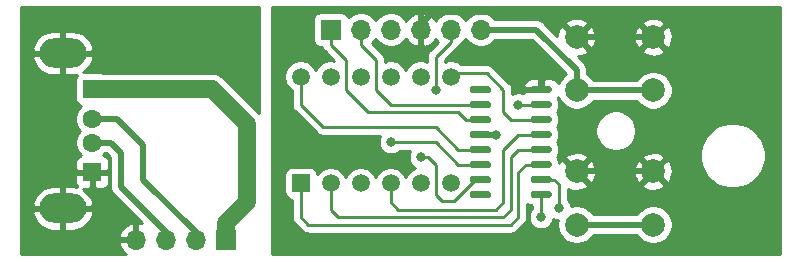
<source format=gbl>
%TF.GenerationSoftware,KiCad,Pcbnew,(5.1.12)-1*%
%TF.CreationDate,2023-03-04T08:28:37+01:00*%
%TF.ProjectId,Front_USB,46726f6e-745f-4555-9342-2e6b69636164,rev?*%
%TF.SameCoordinates,PX548a170PY45a45e8*%
%TF.FileFunction,Copper,L2,Bot*%
%TF.FilePolarity,Positive*%
%FSLAX46Y46*%
G04 Gerber Fmt 4.6, Leading zero omitted, Abs format (unit mm)*
G04 Created by KiCad (PCBNEW (5.1.12)-1) date 2023-03-04 08:28:37*
%MOMM*%
%LPD*%
G01*
G04 APERTURE LIST*
%TA.AperFunction,ComponentPad*%
%ADD10O,4.000000X2.500000*%
%TD*%
%TA.AperFunction,ComponentPad*%
%ADD11R,1.600000X1.600000*%
%TD*%
%TA.AperFunction,ComponentPad*%
%ADD12C,1.600000*%
%TD*%
%TA.AperFunction,ComponentPad*%
%ADD13C,1.500000*%
%TD*%
%TA.AperFunction,ComponentPad*%
%ADD14R,1.500000X1.500000*%
%TD*%
%TA.AperFunction,ComponentPad*%
%ADD15O,1.700000X1.700000*%
%TD*%
%TA.AperFunction,ComponentPad*%
%ADD16R,1.700000X1.700000*%
%TD*%
%TA.AperFunction,ComponentPad*%
%ADD17C,2.000000*%
%TD*%
%TA.AperFunction,ViaPad*%
%ADD18C,0.800000*%
%TD*%
%TA.AperFunction,ViaPad*%
%ADD19C,1.200000*%
%TD*%
%TA.AperFunction,Conductor*%
%ADD20C,0.500000*%
%TD*%
%TA.AperFunction,Conductor*%
%ADD21C,1.500000*%
%TD*%
%TA.AperFunction,Conductor*%
%ADD22C,0.250000*%
%TD*%
%TA.AperFunction,Conductor*%
%ADD23C,0.254000*%
%TD*%
%TA.AperFunction,Conductor*%
%ADD24C,0.100000*%
%TD*%
G04 APERTURE END LIST*
D10*
%TO.P,J1,5*%
%TO.N,GND1*%
X4231000Y17690000D03*
X4231000Y4550000D03*
D11*
%TO.P,J1,1*%
%TO.N,Net-(J1-Pad1)*%
X6731000Y14620000D03*
D12*
%TO.P,J1,2*%
%TO.N,Net-(J1-Pad2)*%
X6731000Y12120000D03*
%TO.P,J1,3*%
%TO.N,Net-(J1-Pad3)*%
X6731000Y10120000D03*
D11*
%TO.P,J1,4*%
%TO.N,GND1*%
X6731000Y7620000D03*
%TD*%
D13*
%TO.P,DISP1,12*%
%TO.N,/CA1*%
X24384000Y15684500D03*
%TO.P,DISP1,11*%
%TO.N,Net-(DISP1-Pad11)*%
X26924000Y15684500D03*
%TO.P,DISP1,10*%
%TO.N,Net-(DISP1-Pad10)*%
X29464000Y15684500D03*
%TO.P,DISP1,9*%
%TO.N,/CA2*%
X32004000Y15684500D03*
%TO.P,DISP1,8*%
%TO.N,/CA3*%
X34544000Y15684500D03*
%TO.P,DISP1,7*%
%TO.N,Net-(DISP1-Pad7)*%
X37084000Y15684500D03*
%TO.P,DISP1,6*%
%TO.N,N/C*%
X37084000Y6667500D03*
%TO.P,DISP1,5*%
%TO.N,Net-(DISP1-Pad5)*%
X34544000Y6667500D03*
%TO.P,DISP1,4*%
%TO.N,Net-(DISP1-Pad4)*%
X32004000Y6667500D03*
%TO.P,DISP1,3*%
%TO.N,N/C*%
X29464000Y6667500D03*
%TO.P,DISP1,2*%
%TO.N,Net-(DISP1-Pad2)*%
X26924000Y6667500D03*
D14*
%TO.P,DISP1,1*%
%TO.N,Net-(DISP1-Pad1)*%
X24384000Y6667500D03*
%TD*%
D15*
%TO.P,J3,6*%
%TO.N,Net-(J3-Pad6)*%
X39624000Y19685000D03*
%TO.P,J3,5*%
%TO.N,Net-(J3-Pad5)*%
X37084000Y19685000D03*
%TO.P,J3,4*%
%TO.N,GND*%
X34544000Y19685000D03*
%TO.P,J3,3*%
%TO.N,VCC*%
X32004000Y19685000D03*
%TO.P,J3,2*%
%TO.N,Net-(J3-Pad2)*%
X29464000Y19685000D03*
D16*
%TO.P,J3,1*%
%TO.N,Net-(J3-Pad1)*%
X26924000Y19685000D03*
%TD*%
D15*
%TO.P,J2,4*%
%TO.N,GND1*%
X10414000Y1905000D03*
%TO.P,J2,3*%
%TO.N,Net-(J1-Pad3)*%
X12954000Y1905000D03*
%TO.P,J2,2*%
%TO.N,Net-(J1-Pad2)*%
X15494000Y1905000D03*
D16*
%TO.P,J2,1*%
%TO.N,Net-(J1-Pad1)*%
X18034000Y1905000D03*
%TD*%
%TO.P,U1,16*%
%TO.N,Net-(U1-Pad16)*%
%TA.AperFunction,SMDPad,CuDef*%
G36*
G01*
X40464000Y14755000D02*
X40464000Y14455000D01*
G75*
G02*
X40314000Y14305000I-150000J0D01*
G01*
X38864000Y14305000D01*
G75*
G02*
X38714000Y14455000I0J150000D01*
G01*
X38714000Y14755000D01*
G75*
G02*
X38864000Y14905000I150000J0D01*
G01*
X40314000Y14905000D01*
G75*
G02*
X40464000Y14755000I0J-150000D01*
G01*
G37*
%TD.AperFunction*%
%TO.P,U1,15*%
%TO.N,Net-(J3-Pad2)*%
%TA.AperFunction,SMDPad,CuDef*%
G36*
G01*
X40464000Y13485000D02*
X40464000Y13185000D01*
G75*
G02*
X40314000Y13035000I-150000J0D01*
G01*
X38864000Y13035000D01*
G75*
G02*
X38714000Y13185000I0J150000D01*
G01*
X38714000Y13485000D01*
G75*
G02*
X38864000Y13635000I150000J0D01*
G01*
X40314000Y13635000D01*
G75*
G02*
X40464000Y13485000I0J-150000D01*
G01*
G37*
%TD.AperFunction*%
%TO.P,U1,14*%
%TO.N,Net-(J3-Pad1)*%
%TA.AperFunction,SMDPad,CuDef*%
G36*
G01*
X40464000Y12215000D02*
X40464000Y11915000D01*
G75*
G02*
X40314000Y11765000I-150000J0D01*
G01*
X38864000Y11765000D01*
G75*
G02*
X38714000Y11915000I0J150000D01*
G01*
X38714000Y12215000D01*
G75*
G02*
X38864000Y12365000I150000J0D01*
G01*
X40314000Y12365000D01*
G75*
G02*
X40464000Y12215000I0J-150000D01*
G01*
G37*
%TD.AperFunction*%
%TO.P,U1,13*%
%TO.N,VCC*%
%TA.AperFunction,SMDPad,CuDef*%
G36*
G01*
X40464000Y10945000D02*
X40464000Y10645000D01*
G75*
G02*
X40314000Y10495000I-150000J0D01*
G01*
X38864000Y10495000D01*
G75*
G02*
X38714000Y10645000I0J150000D01*
G01*
X38714000Y10945000D01*
G75*
G02*
X38864000Y11095000I150000J0D01*
G01*
X40314000Y11095000D01*
G75*
G02*
X40464000Y10945000I0J-150000D01*
G01*
G37*
%TD.AperFunction*%
%TO.P,U1,12*%
%TO.N,/CA1*%
%TA.AperFunction,SMDPad,CuDef*%
G36*
G01*
X40464000Y9675000D02*
X40464000Y9375000D01*
G75*
G02*
X40314000Y9225000I-150000J0D01*
G01*
X38864000Y9225000D01*
G75*
G02*
X38714000Y9375000I0J150000D01*
G01*
X38714000Y9675000D01*
G75*
G02*
X38864000Y9825000I150000J0D01*
G01*
X40314000Y9825000D01*
G75*
G02*
X40464000Y9675000I0J-150000D01*
G01*
G37*
%TD.AperFunction*%
%TO.P,U1,11*%
%TO.N,/CA2*%
%TA.AperFunction,SMDPad,CuDef*%
G36*
G01*
X40464000Y8405000D02*
X40464000Y8105000D01*
G75*
G02*
X40314000Y7955000I-150000J0D01*
G01*
X38864000Y7955000D01*
G75*
G02*
X38714000Y8105000I0J150000D01*
G01*
X38714000Y8405000D01*
G75*
G02*
X38864000Y8555000I150000J0D01*
G01*
X40314000Y8555000D01*
G75*
G02*
X40464000Y8405000I0J-150000D01*
G01*
G37*
%TD.AperFunction*%
%TO.P,U1,10*%
%TO.N,/CA3*%
%TA.AperFunction,SMDPad,CuDef*%
G36*
G01*
X40464000Y7135000D02*
X40464000Y6835000D01*
G75*
G02*
X40314000Y6685000I-150000J0D01*
G01*
X38864000Y6685000D01*
G75*
G02*
X38714000Y6835000I0J150000D01*
G01*
X38714000Y7135000D01*
G75*
G02*
X38864000Y7285000I150000J0D01*
G01*
X40314000Y7285000D01*
G75*
G02*
X40464000Y7135000I0J-150000D01*
G01*
G37*
%TD.AperFunction*%
%TO.P,U1,9*%
%TO.N,Net-(U1-Pad9)*%
%TA.AperFunction,SMDPad,CuDef*%
G36*
G01*
X40464000Y5865000D02*
X40464000Y5565000D01*
G75*
G02*
X40314000Y5415000I-150000J0D01*
G01*
X38864000Y5415000D01*
G75*
G02*
X38714000Y5565000I0J150000D01*
G01*
X38714000Y5865000D01*
G75*
G02*
X38864000Y6015000I150000J0D01*
G01*
X40314000Y6015000D01*
G75*
G02*
X40464000Y5865000I0J-150000D01*
G01*
G37*
%TD.AperFunction*%
%TO.P,U1,8*%
%TO.N,Net-(DISP1-Pad5)*%
%TA.AperFunction,SMDPad,CuDef*%
G36*
G01*
X45614000Y5865000D02*
X45614000Y5565000D01*
G75*
G02*
X45464000Y5415000I-150000J0D01*
G01*
X44014000Y5415000D01*
G75*
G02*
X43864000Y5565000I0J150000D01*
G01*
X43864000Y5865000D01*
G75*
G02*
X44014000Y6015000I150000J0D01*
G01*
X45464000Y6015000D01*
G75*
G02*
X45614000Y5865000I0J-150000D01*
G01*
G37*
%TD.AperFunction*%
%TO.P,U1,7*%
%TO.N,Net-(DISP1-Pad10)*%
%TA.AperFunction,SMDPad,CuDef*%
G36*
G01*
X45614000Y7135000D02*
X45614000Y6835000D01*
G75*
G02*
X45464000Y6685000I-150000J0D01*
G01*
X44014000Y6685000D01*
G75*
G02*
X43864000Y6835000I0J150000D01*
G01*
X43864000Y7135000D01*
G75*
G02*
X44014000Y7285000I150000J0D01*
G01*
X45464000Y7285000D01*
G75*
G02*
X45614000Y7135000I0J-150000D01*
G01*
G37*
%TD.AperFunction*%
%TO.P,U1,6*%
%TO.N,Net-(DISP1-Pad1)*%
%TA.AperFunction,SMDPad,CuDef*%
G36*
G01*
X45614000Y8405000D02*
X45614000Y8105000D01*
G75*
G02*
X45464000Y7955000I-150000J0D01*
G01*
X44014000Y7955000D01*
G75*
G02*
X43864000Y8105000I0J150000D01*
G01*
X43864000Y8405000D01*
G75*
G02*
X44014000Y8555000I150000J0D01*
G01*
X45464000Y8555000D01*
G75*
G02*
X45614000Y8405000I0J-150000D01*
G01*
G37*
%TD.AperFunction*%
%TO.P,U1,5*%
%TO.N,Net-(DISP1-Pad2)*%
%TA.AperFunction,SMDPad,CuDef*%
G36*
G01*
X45614000Y9675000D02*
X45614000Y9375000D01*
G75*
G02*
X45464000Y9225000I-150000J0D01*
G01*
X44014000Y9225000D01*
G75*
G02*
X43864000Y9375000I0J150000D01*
G01*
X43864000Y9675000D01*
G75*
G02*
X44014000Y9825000I150000J0D01*
G01*
X45464000Y9825000D01*
G75*
G02*
X45614000Y9675000I0J-150000D01*
G01*
G37*
%TD.AperFunction*%
%TO.P,U1,4*%
%TO.N,Net-(DISP1-Pad4)*%
%TA.AperFunction,SMDPad,CuDef*%
G36*
G01*
X45614000Y10945000D02*
X45614000Y10645000D01*
G75*
G02*
X45464000Y10495000I-150000J0D01*
G01*
X44014000Y10495000D01*
G75*
G02*
X43864000Y10645000I0J150000D01*
G01*
X43864000Y10945000D01*
G75*
G02*
X44014000Y11095000I150000J0D01*
G01*
X45464000Y11095000D01*
G75*
G02*
X45614000Y10945000I0J-150000D01*
G01*
G37*
%TD.AperFunction*%
%TO.P,U1,3*%
%TO.N,Net-(DISP1-Pad7)*%
%TA.AperFunction,SMDPad,CuDef*%
G36*
G01*
X45614000Y12215000D02*
X45614000Y11915000D01*
G75*
G02*
X45464000Y11765000I-150000J0D01*
G01*
X44014000Y11765000D01*
G75*
G02*
X43864000Y11915000I0J150000D01*
G01*
X43864000Y12215000D01*
G75*
G02*
X44014000Y12365000I150000J0D01*
G01*
X45464000Y12365000D01*
G75*
G02*
X45614000Y12215000I0J-150000D01*
G01*
G37*
%TD.AperFunction*%
%TO.P,U1,2*%
%TO.N,Net-(DISP1-Pad11)*%
%TA.AperFunction,SMDPad,CuDef*%
G36*
G01*
X45614000Y13485000D02*
X45614000Y13185000D01*
G75*
G02*
X45464000Y13035000I-150000J0D01*
G01*
X44014000Y13035000D01*
G75*
G02*
X43864000Y13185000I0J150000D01*
G01*
X43864000Y13485000D01*
G75*
G02*
X44014000Y13635000I150000J0D01*
G01*
X45464000Y13635000D01*
G75*
G02*
X45614000Y13485000I0J-150000D01*
G01*
G37*
%TD.AperFunction*%
%TO.P,U1,1*%
%TO.N,GND*%
%TA.AperFunction,SMDPad,CuDef*%
G36*
G01*
X45614000Y14755000D02*
X45614000Y14455000D01*
G75*
G02*
X45464000Y14305000I-150000J0D01*
G01*
X44014000Y14305000D01*
G75*
G02*
X43864000Y14455000I0J150000D01*
G01*
X43864000Y14755000D01*
G75*
G02*
X44014000Y14905000I150000J0D01*
G01*
X45464000Y14905000D01*
G75*
G02*
X45614000Y14755000I0J-150000D01*
G01*
G37*
%TD.AperFunction*%
%TD*%
D17*
%TO.P,SW2,1*%
%TO.N,Net-(J3-Pad5)*%
X47729000Y3175000D03*
%TO.P,SW2,2*%
%TO.N,GND*%
X47729000Y7675000D03*
%TO.P,SW2,1*%
%TO.N,Net-(J3-Pad5)*%
X54229000Y3175000D03*
%TO.P,SW2,2*%
%TO.N,GND*%
X54229000Y7675000D03*
%TD*%
%TO.P,SW1,1*%
%TO.N,Net-(J3-Pad6)*%
X47729000Y14541500D03*
%TO.P,SW1,2*%
%TO.N,GND*%
X47729000Y19041500D03*
%TO.P,SW1,1*%
%TO.N,Net-(J3-Pad6)*%
X54229000Y14541500D03*
%TO.P,SW1,2*%
%TO.N,GND*%
X54229000Y19041500D03*
%TD*%
D18*
%TO.N,/CA2*%
X32004000Y10160000D03*
%TO.N,/CA3*%
X34544000Y8890000D03*
D19*
%TO.N,GND*%
X44704000Y16510000D03*
D18*
%TO.N,VCC*%
X40894000Y10795000D03*
%TO.N,Net-(J3-Pad5)*%
X35814000Y14605000D03*
%TO.N,Net-(DISP1-Pad11)*%
X42799000Y13335000D03*
%TO.N,Net-(DISP1-Pad10)*%
X46228000Y4572000D03*
%TO.N,Net-(DISP1-Pad5)*%
X44704000Y3810000D03*
%TD*%
D20*
%TO.N,Net-(J1-Pad3)*%
X12954000Y1905000D02*
X12954000Y2540000D01*
X12954000Y2540000D02*
X9144000Y6350000D01*
X9144000Y6858000D02*
X9144000Y9271000D01*
X9144000Y6350000D02*
X9144000Y6858000D01*
X8295000Y10120000D02*
X6731000Y10120000D01*
X9144000Y9271000D02*
X8295000Y10120000D01*
%TO.N,Net-(J1-Pad2)*%
X15494000Y1905000D02*
X15494000Y2540000D01*
X15494000Y2540000D02*
X11049000Y6985000D01*
X11049000Y6985000D02*
X11049000Y9906000D01*
X8835000Y12120000D02*
X6731000Y12120000D01*
X11049000Y9906000D02*
X8835000Y12120000D01*
D21*
%TO.N,Net-(J1-Pad1)*%
X18034000Y1905000D02*
X18034000Y3302000D01*
X18034000Y3302000D02*
X19812000Y5080000D01*
X19812000Y5080000D02*
X19812000Y11684000D01*
X16876000Y14620000D02*
X6731000Y14620000D01*
X19812000Y11684000D02*
X16876000Y14620000D01*
D22*
%TO.N,/CA1*%
X24384000Y13335000D02*
X24384000Y16002000D01*
X39589000Y9525000D02*
X37719000Y9525000D01*
X35814000Y11430000D02*
X37719000Y9525000D01*
X26289000Y11430000D02*
X35814000Y11430000D01*
X26289000Y11430000D02*
X24384000Y13335000D01*
%TO.N,/CA2*%
X35814000Y10160000D02*
X37719000Y8255000D01*
X37719000Y8255000D02*
X39589000Y8255000D01*
X32004000Y10160000D02*
X35814000Y10160000D01*
%TO.N,/CA3*%
X39116000Y6985000D02*
X39589000Y6985000D01*
X37338000Y5207000D02*
X39116000Y6985000D01*
X36322000Y5207000D02*
X37338000Y5207000D01*
X35814000Y5715000D02*
X36322000Y5207000D01*
X35814000Y8255000D02*
X35814000Y5715000D01*
X35179000Y8890000D02*
X35814000Y8255000D01*
X34544000Y8890000D02*
X35179000Y8890000D01*
%TO.N,GND*%
X44704000Y14640000D02*
X44739000Y14605000D01*
D20*
X44704000Y16510000D02*
X44704000Y14640000D01*
X34544000Y20193000D02*
X35560000Y21209000D01*
X34544000Y19685000D02*
X34544000Y20193000D01*
X47729000Y7675000D02*
X54229000Y7675000D01*
X54229000Y19041500D02*
X47729000Y19041500D01*
X45561500Y21209000D02*
X47729000Y19041500D01*
X35560000Y21209000D02*
X45561500Y21209000D01*
%TO.N,VCC*%
X40894000Y10795000D02*
X39589000Y10795000D01*
D22*
%TO.N,Net-(J3-Pad2)*%
X39589000Y13335000D02*
X32004000Y13335000D01*
X32004000Y13335000D02*
X30734000Y14605000D01*
X30734000Y14605000D02*
X30734000Y17145000D01*
X29464000Y18415000D02*
X29464000Y19685000D01*
X30734000Y17145000D02*
X29464000Y18415000D01*
%TO.N,Net-(J3-Pad1)*%
X28194000Y14605000D02*
X28194000Y17145000D01*
X26924000Y18415000D02*
X26924000Y19685000D01*
X28194000Y17145000D02*
X26924000Y18415000D01*
X37719000Y12700000D02*
X38354000Y12065000D01*
X30099000Y12700000D02*
X37719000Y12700000D01*
X39589000Y12065000D02*
X38354000Y12065000D01*
X30099000Y12700000D02*
X28194000Y14605000D01*
D20*
%TO.N,Net-(J3-Pad6)*%
X47729000Y16279000D02*
X47729000Y15240000D01*
X44323000Y19685000D02*
X47729000Y16279000D01*
X39624000Y19685000D02*
X44323000Y19685000D01*
X47729000Y14541500D02*
X54229000Y14541500D01*
X47729000Y16279000D02*
X47729000Y14541500D01*
%TO.N,Net-(J3-Pad5)*%
X54229000Y3175000D02*
X47729000Y3175000D01*
D22*
X37084000Y18669000D02*
X37084000Y19685000D01*
X35814000Y17399000D02*
X37084000Y18669000D01*
X35814000Y14605000D02*
X35814000Y17399000D01*
%TO.N,Net-(DISP1-Pad11)*%
X44739000Y13335000D02*
X42799000Y13335000D01*
%TO.N,Net-(DISP1-Pad10)*%
X45847000Y6985000D02*
X44739000Y6985000D01*
X46228000Y6604000D02*
X45847000Y6985000D01*
X46228000Y4572000D02*
X46228000Y6604000D01*
%TO.N,Net-(DISP1-Pad7)*%
X37084000Y16002000D02*
X40132000Y16002000D01*
X41529000Y14605000D02*
X41529000Y12700000D01*
X40132000Y16002000D02*
X41529000Y14605000D01*
X42164000Y12065000D02*
X44739000Y12065000D01*
X41529000Y12700000D02*
X42164000Y12065000D01*
%TO.N,Net-(DISP1-Pad5)*%
X44704000Y5680000D02*
X44739000Y5715000D01*
X44704000Y3810000D02*
X44704000Y5680000D01*
%TO.N,Net-(DISP1-Pad4)*%
X44739000Y10795000D02*
X42799000Y10795000D01*
X42799000Y10795000D02*
X41529000Y9525000D01*
X41529000Y9525000D02*
X41529000Y5080000D01*
X41529000Y5080000D02*
X40894000Y4445000D01*
X40894000Y4445000D02*
X32639000Y4445000D01*
X32004000Y5080000D02*
X32004000Y6985000D01*
X32639000Y4445000D02*
X32004000Y5080000D01*
%TO.N,Net-(DISP1-Pad2)*%
X26924000Y6985000D02*
X26924000Y4445000D01*
X26924000Y4445000D02*
X27559000Y3810000D01*
X27559000Y3810000D02*
X41529000Y3810000D01*
X41529000Y3810000D02*
X42164000Y4445000D01*
X42164000Y4445000D02*
X42164000Y8890000D01*
X42799000Y9525000D02*
X44739000Y9525000D01*
X42164000Y8890000D02*
X42799000Y9525000D01*
%TO.N,Net-(DISP1-Pad1)*%
X44739000Y8255000D02*
X43434000Y8255000D01*
X43434000Y8255000D02*
X42799000Y7620000D01*
X42799000Y7620000D02*
X42799000Y3810000D01*
X42799000Y3810000D02*
X42164000Y3175000D01*
X42164000Y3175000D02*
X25019000Y3175000D01*
X24384000Y3810000D02*
X24384000Y6985000D01*
X25019000Y3175000D02*
X24384000Y3810000D01*
%TD*%
D23*
%TO.N,GND*%
X64999001Y660000D02*
X21971000Y660000D01*
X21971000Y7417500D01*
X22995928Y7417500D01*
X22995928Y5917500D01*
X23008188Y5793018D01*
X23044498Y5673320D01*
X23103463Y5563006D01*
X23182815Y5466315D01*
X23279506Y5386963D01*
X23389820Y5327998D01*
X23509518Y5291688D01*
X23624000Y5280413D01*
X23624000Y3847323D01*
X23620324Y3810000D01*
X23624000Y3772678D01*
X23624000Y3772668D01*
X23634997Y3661015D01*
X23660551Y3576774D01*
X23678454Y3517754D01*
X23749026Y3385724D01*
X23779584Y3348490D01*
X23843999Y3269999D01*
X23873002Y3246197D01*
X24455200Y2663998D01*
X24478999Y2634999D01*
X24507997Y2611201D01*
X24594724Y2540026D01*
X24726753Y2469454D01*
X24870014Y2425997D01*
X25019000Y2411323D01*
X25056333Y2415000D01*
X42126678Y2415000D01*
X42164000Y2411324D01*
X42201322Y2415000D01*
X42201333Y2415000D01*
X42312986Y2425997D01*
X42456247Y2469454D01*
X42588276Y2540026D01*
X42704001Y2634999D01*
X42727803Y2664002D01*
X43310003Y3246201D01*
X43339001Y3269999D01*
X43433974Y3385724D01*
X43504546Y3517753D01*
X43548003Y3661014D01*
X43559000Y3772667D01*
X43559000Y3772668D01*
X43562677Y3810000D01*
X43559000Y3847333D01*
X43559000Y4923834D01*
X43576171Y4909742D01*
X43712418Y4836916D01*
X43860255Y4792071D01*
X43944001Y4783823D01*
X43944000Y4513711D01*
X43900063Y4469774D01*
X43786795Y4300256D01*
X43708774Y4111898D01*
X43669000Y3911939D01*
X43669000Y3708061D01*
X43708774Y3508102D01*
X43786795Y3319744D01*
X43900063Y3150226D01*
X44044226Y3006063D01*
X44213744Y2892795D01*
X44402102Y2814774D01*
X44602061Y2775000D01*
X44805939Y2775000D01*
X45005898Y2814774D01*
X45194256Y2892795D01*
X45363774Y3006063D01*
X45507937Y3150226D01*
X45621205Y3319744D01*
X45699226Y3508102D01*
X45729500Y3660303D01*
X45737744Y3654795D01*
X45926102Y3576774D01*
X46126061Y3537000D01*
X46133975Y3537000D01*
X46094000Y3336033D01*
X46094000Y3013967D01*
X46156832Y2698088D01*
X46280082Y2400537D01*
X46459013Y2132748D01*
X46686748Y1905013D01*
X46954537Y1726082D01*
X47252088Y1602832D01*
X47567967Y1540000D01*
X47890033Y1540000D01*
X48205912Y1602832D01*
X48503463Y1726082D01*
X48771252Y1905013D01*
X48998987Y2132748D01*
X49104059Y2290000D01*
X52853941Y2290000D01*
X52959013Y2132748D01*
X53186748Y1905013D01*
X53454537Y1726082D01*
X53752088Y1602832D01*
X54067967Y1540000D01*
X54390033Y1540000D01*
X54705912Y1602832D01*
X55003463Y1726082D01*
X55271252Y1905013D01*
X55498987Y2132748D01*
X55677918Y2400537D01*
X55801168Y2698088D01*
X55864000Y3013967D01*
X55864000Y3336033D01*
X55801168Y3651912D01*
X55677918Y3949463D01*
X55498987Y4217252D01*
X55271252Y4444987D01*
X55003463Y4623918D01*
X54705912Y4747168D01*
X54390033Y4810000D01*
X54067967Y4810000D01*
X53752088Y4747168D01*
X53454537Y4623918D01*
X53186748Y4444987D01*
X52959013Y4217252D01*
X52853941Y4060000D01*
X49104059Y4060000D01*
X48998987Y4217252D01*
X48771252Y4444987D01*
X48503463Y4623918D01*
X48205912Y4747168D01*
X47890033Y4810000D01*
X47567967Y4810000D01*
X47252088Y4747168D01*
X47248712Y4745770D01*
X47223226Y4873898D01*
X47145205Y5062256D01*
X47031937Y5231774D01*
X46988000Y5275711D01*
X46988000Y6217274D01*
X47158571Y6134296D01*
X47470108Y6052616D01*
X47791595Y6033282D01*
X48110675Y6077039D01*
X48415088Y6182205D01*
X48589044Y6275186D01*
X48684808Y6539587D01*
X53273192Y6539587D01*
X53368956Y6275186D01*
X53658571Y6134296D01*
X53970108Y6052616D01*
X54291595Y6033282D01*
X54610675Y6077039D01*
X54915088Y6182205D01*
X55089044Y6275186D01*
X55184808Y6539587D01*
X54229000Y7495395D01*
X53273192Y6539587D01*
X48684808Y6539587D01*
X47729000Y7495395D01*
X47714858Y7481252D01*
X47535253Y7660857D01*
X47549395Y7675000D01*
X47908605Y7675000D01*
X48864413Y6719192D01*
X49128814Y6814956D01*
X49269704Y7104571D01*
X49351384Y7416108D01*
X49363189Y7612405D01*
X52587282Y7612405D01*
X52631039Y7293325D01*
X52736205Y6988912D01*
X52829186Y6814956D01*
X53093587Y6719192D01*
X54049395Y7675000D01*
X54408605Y7675000D01*
X55364413Y6719192D01*
X55628814Y6814956D01*
X55769704Y7104571D01*
X55851384Y7416108D01*
X55870718Y7737595D01*
X55826961Y8056675D01*
X55721795Y8361088D01*
X55628814Y8535044D01*
X55364413Y8630808D01*
X54408605Y7675000D01*
X54049395Y7675000D01*
X53093587Y8630808D01*
X52829186Y8535044D01*
X52688296Y8245429D01*
X52606616Y7933892D01*
X52587282Y7612405D01*
X49363189Y7612405D01*
X49370718Y7737595D01*
X49326961Y8056675D01*
X49221795Y8361088D01*
X49128814Y8535044D01*
X48864413Y8630808D01*
X47908605Y7675000D01*
X47549395Y7675000D01*
X46593587Y8630808D01*
X46329186Y8535044D01*
X46252072Y8376528D01*
X46252072Y8405000D01*
X46236929Y8558745D01*
X46192084Y8706582D01*
X46136585Y8810413D01*
X46773192Y8810413D01*
X47729000Y7854605D01*
X48684808Y8810413D01*
X53273192Y8810413D01*
X54229000Y7854605D01*
X55184808Y8810413D01*
X55089044Y9074814D01*
X54799429Y9215704D01*
X54511101Y9291299D01*
X58175000Y9291299D01*
X58175000Y8742701D01*
X58282026Y8204646D01*
X58491965Y7697808D01*
X58796750Y7241666D01*
X59184666Y6853750D01*
X59640808Y6548965D01*
X60147646Y6339026D01*
X60685701Y6232000D01*
X61234299Y6232000D01*
X61772354Y6339026D01*
X62279192Y6548965D01*
X62735334Y6853750D01*
X63123250Y7241666D01*
X63428035Y7697808D01*
X63637974Y8204646D01*
X63745000Y8742701D01*
X63745000Y9291299D01*
X63637974Y9829354D01*
X63428035Y10336192D01*
X63123250Y10792334D01*
X62735334Y11180250D01*
X62279192Y11485035D01*
X61772354Y11694974D01*
X61234299Y11802000D01*
X60685701Y11802000D01*
X60147646Y11694974D01*
X59640808Y11485035D01*
X59184666Y11180250D01*
X58796750Y10792334D01*
X58491965Y10336192D01*
X58282026Y9829354D01*
X58175000Y9291299D01*
X54511101Y9291299D01*
X54487892Y9297384D01*
X54166405Y9316718D01*
X53847325Y9272961D01*
X53542912Y9167795D01*
X53368956Y9074814D01*
X53273192Y8810413D01*
X48684808Y8810413D01*
X48589044Y9074814D01*
X48299429Y9215704D01*
X47987892Y9297384D01*
X47666405Y9316718D01*
X47347325Y9272961D01*
X47042912Y9167795D01*
X46868956Y9074814D01*
X46773192Y8810413D01*
X46136585Y8810413D01*
X46119258Y8842829D01*
X46080546Y8890000D01*
X46119258Y8937171D01*
X46192084Y9073418D01*
X46236929Y9221255D01*
X46252072Y9375000D01*
X46252072Y9675000D01*
X46236929Y9828745D01*
X46192084Y9976582D01*
X46119258Y10112829D01*
X46080546Y10160000D01*
X46119258Y10207171D01*
X46192084Y10343418D01*
X46236929Y10491255D01*
X46252072Y10645000D01*
X46252072Y10945000D01*
X46236929Y11098745D01*
X46192084Y11246582D01*
X46172414Y11283383D01*
X49319000Y11283383D01*
X49319000Y10941617D01*
X49385675Y10606419D01*
X49516463Y10290669D01*
X49706337Y10006502D01*
X49948002Y9764837D01*
X50232169Y9574963D01*
X50547919Y9444175D01*
X50883117Y9377500D01*
X51224883Y9377500D01*
X51560081Y9444175D01*
X51875831Y9574963D01*
X52159998Y9764837D01*
X52401663Y10006502D01*
X52591537Y10290669D01*
X52722325Y10606419D01*
X52789000Y10941617D01*
X52789000Y11283383D01*
X52722325Y11618581D01*
X52591537Y11934331D01*
X52401663Y12218498D01*
X52159998Y12460163D01*
X51875831Y12650037D01*
X51560081Y12780825D01*
X51224883Y12847500D01*
X50883117Y12847500D01*
X50547919Y12780825D01*
X50232169Y12650037D01*
X49948002Y12460163D01*
X49706337Y12218498D01*
X49516463Y11934331D01*
X49385675Y11618581D01*
X49319000Y11283383D01*
X46172414Y11283383D01*
X46119258Y11382829D01*
X46080546Y11430000D01*
X46119258Y11477171D01*
X46192084Y11613418D01*
X46236929Y11761255D01*
X46252072Y11915000D01*
X46252072Y12215000D01*
X46236929Y12368745D01*
X46192084Y12516582D01*
X46119258Y12652829D01*
X46080546Y12700000D01*
X46119258Y12747171D01*
X46192084Y12883418D01*
X46236929Y13031255D01*
X46252072Y13185000D01*
X46252072Y13485000D01*
X46236929Y13638745D01*
X46192084Y13786582D01*
X46120270Y13920936D01*
X46144537Y13950506D01*
X46178087Y14013273D01*
X46280082Y13767037D01*
X46459013Y13499248D01*
X46686748Y13271513D01*
X46954537Y13092582D01*
X47252088Y12969332D01*
X47567967Y12906500D01*
X47890033Y12906500D01*
X48205912Y12969332D01*
X48503463Y13092582D01*
X48771252Y13271513D01*
X48998987Y13499248D01*
X49104059Y13656500D01*
X52853941Y13656500D01*
X52959013Y13499248D01*
X53186748Y13271513D01*
X53454537Y13092582D01*
X53752088Y12969332D01*
X54067967Y12906500D01*
X54390033Y12906500D01*
X54705912Y12969332D01*
X55003463Y13092582D01*
X55271252Y13271513D01*
X55498987Y13499248D01*
X55677918Y13767037D01*
X55801168Y14064588D01*
X55864000Y14380467D01*
X55864000Y14702533D01*
X55801168Y15018412D01*
X55677918Y15315963D01*
X55498987Y15583752D01*
X55271252Y15811487D01*
X55003463Y15990418D01*
X54705912Y16113668D01*
X54390033Y16176500D01*
X54067967Y16176500D01*
X53752088Y16113668D01*
X53454537Y15990418D01*
X53186748Y15811487D01*
X52959013Y15583752D01*
X52853941Y15426500D01*
X49104059Y15426500D01*
X48998987Y15583752D01*
X48771252Y15811487D01*
X48614000Y15916559D01*
X48614000Y16235535D01*
X48618281Y16279001D01*
X48614000Y16322467D01*
X48614000Y16322477D01*
X48601195Y16452490D01*
X48550589Y16619313D01*
X48468411Y16773059D01*
X48417412Y16835201D01*
X48385532Y16874047D01*
X48385530Y16874049D01*
X48357817Y16907817D01*
X48324050Y16935529D01*
X47851572Y17408007D01*
X48110675Y17443539D01*
X48415088Y17548705D01*
X48589044Y17641686D01*
X48684808Y17906087D01*
X53273192Y17906087D01*
X53368956Y17641686D01*
X53658571Y17500796D01*
X53970108Y17419116D01*
X54291595Y17399782D01*
X54610675Y17443539D01*
X54915088Y17548705D01*
X55089044Y17641686D01*
X55184808Y17906087D01*
X54229000Y18861895D01*
X53273192Y17906087D01*
X48684808Y17906087D01*
X47729000Y18861895D01*
X47714858Y18847752D01*
X47535253Y19027357D01*
X47549395Y19041500D01*
X47908605Y19041500D01*
X48864413Y18085692D01*
X49128814Y18181456D01*
X49269704Y18471071D01*
X49351384Y18782608D01*
X49363189Y18978905D01*
X52587282Y18978905D01*
X52631039Y18659825D01*
X52736205Y18355412D01*
X52829186Y18181456D01*
X53093587Y18085692D01*
X54049395Y19041500D01*
X54408605Y19041500D01*
X55364413Y18085692D01*
X55628814Y18181456D01*
X55769704Y18471071D01*
X55851384Y18782608D01*
X55870718Y19104095D01*
X55826961Y19423175D01*
X55721795Y19727588D01*
X55628814Y19901544D01*
X55364413Y19997308D01*
X54408605Y19041500D01*
X54049395Y19041500D01*
X53093587Y19997308D01*
X52829186Y19901544D01*
X52688296Y19611929D01*
X52606616Y19300392D01*
X52587282Y18978905D01*
X49363189Y18978905D01*
X49370718Y19104095D01*
X49326961Y19423175D01*
X49221795Y19727588D01*
X49128814Y19901544D01*
X48864413Y19997308D01*
X47908605Y19041500D01*
X47549395Y19041500D01*
X46593587Y19997308D01*
X46329186Y19901544D01*
X46188296Y19611929D01*
X46106616Y19300392D01*
X46098253Y19161326D01*
X45082666Y20176913D01*
X46773192Y20176913D01*
X47729000Y19221105D01*
X48684808Y20176913D01*
X53273192Y20176913D01*
X54229000Y19221105D01*
X55184808Y20176913D01*
X55089044Y20441314D01*
X54799429Y20582204D01*
X54487892Y20663884D01*
X54166405Y20683218D01*
X53847325Y20639461D01*
X53542912Y20534295D01*
X53368956Y20441314D01*
X53273192Y20176913D01*
X48684808Y20176913D01*
X48589044Y20441314D01*
X48299429Y20582204D01*
X47987892Y20663884D01*
X47666405Y20683218D01*
X47347325Y20639461D01*
X47042912Y20534295D01*
X46868956Y20441314D01*
X46773192Y20176913D01*
X45082666Y20176913D01*
X44979534Y20280044D01*
X44951817Y20313817D01*
X44817059Y20424411D01*
X44663313Y20506589D01*
X44496490Y20557195D01*
X44366477Y20570000D01*
X44366469Y20570000D01*
X44323000Y20574281D01*
X44279531Y20570000D01*
X40818656Y20570000D01*
X40777475Y20631632D01*
X40570632Y20838475D01*
X40327411Y21000990D01*
X40057158Y21112932D01*
X39770260Y21170000D01*
X39477740Y21170000D01*
X39190842Y21112932D01*
X38920589Y21000990D01*
X38677368Y20838475D01*
X38470525Y20631632D01*
X38354000Y20457240D01*
X38237475Y20631632D01*
X38030632Y20838475D01*
X37787411Y21000990D01*
X37517158Y21112932D01*
X37230260Y21170000D01*
X36937740Y21170000D01*
X36650842Y21112932D01*
X36380589Y21000990D01*
X36137368Y20838475D01*
X35930525Y20631632D01*
X35808805Y20449466D01*
X35739178Y20566355D01*
X35544269Y20782588D01*
X35310920Y20956641D01*
X35048099Y21081825D01*
X34900890Y21126476D01*
X34671000Y21005155D01*
X34671000Y19812000D01*
X34691000Y19812000D01*
X34691000Y19558000D01*
X34671000Y19558000D01*
X34671000Y18364845D01*
X34900890Y18243524D01*
X35048099Y18288175D01*
X35310920Y18413359D01*
X35544269Y18587412D01*
X35739178Y18803645D01*
X35808805Y18920534D01*
X35930525Y18738368D01*
X36004546Y18664347D01*
X35302998Y17962799D01*
X35274000Y17939001D01*
X35250202Y17910003D01*
X35250201Y17910002D01*
X35179026Y17823276D01*
X35108454Y17691246D01*
X35097764Y17656003D01*
X35071457Y17569277D01*
X35064998Y17547985D01*
X35050324Y17399000D01*
X35054001Y17361668D01*
X35054001Y16972364D01*
X34947989Y17016275D01*
X34680411Y17069500D01*
X34407589Y17069500D01*
X34140011Y17016275D01*
X33887957Y16911871D01*
X33661114Y16760299D01*
X33468201Y16567386D01*
X33316629Y16340543D01*
X33274000Y16237627D01*
X33231371Y16340543D01*
X33079799Y16567386D01*
X32886886Y16760299D01*
X32660043Y16911871D01*
X32407989Y17016275D01*
X32140411Y17069500D01*
X31867589Y17069500D01*
X31600011Y17016275D01*
X31494000Y16972364D01*
X31494000Y17107678D01*
X31497676Y17145001D01*
X31494000Y17182324D01*
X31494000Y17182333D01*
X31483003Y17293986D01*
X31439546Y17437247D01*
X31368974Y17569276D01*
X31274001Y17685001D01*
X31245003Y17708799D01*
X30416454Y18537347D01*
X30617475Y18738368D01*
X30734000Y18912760D01*
X30850525Y18738368D01*
X31057368Y18531525D01*
X31300589Y18369010D01*
X31570842Y18257068D01*
X31857740Y18200000D01*
X32150260Y18200000D01*
X32437158Y18257068D01*
X32707411Y18369010D01*
X32950632Y18531525D01*
X33157475Y18738368D01*
X33279195Y18920534D01*
X33348822Y18803645D01*
X33543731Y18587412D01*
X33777080Y18413359D01*
X34039901Y18288175D01*
X34187110Y18243524D01*
X34417000Y18364845D01*
X34417000Y19558000D01*
X34397000Y19558000D01*
X34397000Y19812000D01*
X34417000Y19812000D01*
X34417000Y21005155D01*
X34187110Y21126476D01*
X34039901Y21081825D01*
X33777080Y20956641D01*
X33543731Y20782588D01*
X33348822Y20566355D01*
X33279195Y20449466D01*
X33157475Y20631632D01*
X32950632Y20838475D01*
X32707411Y21000990D01*
X32437158Y21112932D01*
X32150260Y21170000D01*
X31857740Y21170000D01*
X31570842Y21112932D01*
X31300589Y21000990D01*
X31057368Y20838475D01*
X30850525Y20631632D01*
X30734000Y20457240D01*
X30617475Y20631632D01*
X30410632Y20838475D01*
X30167411Y21000990D01*
X29897158Y21112932D01*
X29610260Y21170000D01*
X29317740Y21170000D01*
X29030842Y21112932D01*
X28760589Y21000990D01*
X28517368Y20838475D01*
X28385513Y20706620D01*
X28363502Y20779180D01*
X28304537Y20889494D01*
X28225185Y20986185D01*
X28128494Y21065537D01*
X28018180Y21124502D01*
X27898482Y21160812D01*
X27774000Y21173072D01*
X26074000Y21173072D01*
X25949518Y21160812D01*
X25829820Y21124502D01*
X25719506Y21065537D01*
X25622815Y20986185D01*
X25543463Y20889494D01*
X25484498Y20779180D01*
X25448188Y20659482D01*
X25435928Y20535000D01*
X25435928Y18835000D01*
X25448188Y18710518D01*
X25484498Y18590820D01*
X25543463Y18480506D01*
X25622815Y18383815D01*
X25719506Y18304463D01*
X25829820Y18245498D01*
X25949518Y18209188D01*
X26074000Y18196928D01*
X26195954Y18196928D01*
X26210795Y18148003D01*
X26218454Y18122754D01*
X26289026Y17990724D01*
X26328871Y17942174D01*
X26383999Y17874999D01*
X26413003Y17851196D01*
X27228043Y17036156D01*
X27060411Y17069500D01*
X26787589Y17069500D01*
X26520011Y17016275D01*
X26267957Y16911871D01*
X26041114Y16760299D01*
X25848201Y16567386D01*
X25696629Y16340543D01*
X25654000Y16237627D01*
X25611371Y16340543D01*
X25459799Y16567386D01*
X25266886Y16760299D01*
X25040043Y16911871D01*
X24787989Y17016275D01*
X24520411Y17069500D01*
X24247589Y17069500D01*
X23980011Y17016275D01*
X23727957Y16911871D01*
X23501114Y16760299D01*
X23308201Y16567386D01*
X23156629Y16340543D01*
X23052225Y16088489D01*
X22999000Y15820911D01*
X22999000Y15548089D01*
X23052225Y15280511D01*
X23156629Y15028457D01*
X23308201Y14801614D01*
X23501114Y14608701D01*
X23624000Y14526591D01*
X23624000Y13372323D01*
X23620324Y13335000D01*
X23624000Y13297678D01*
X23624000Y13297668D01*
X23634997Y13186015D01*
X23663339Y13092582D01*
X23678454Y13042754D01*
X23749026Y12910724D01*
X23752493Y12906500D01*
X23843999Y12794999D01*
X23873003Y12771196D01*
X25725200Y10918998D01*
X25748999Y10889999D01*
X25864724Y10795026D01*
X25996753Y10724454D01*
X26140014Y10680997D01*
X26251667Y10670000D01*
X26251677Y10670000D01*
X26289000Y10666324D01*
X26326323Y10670000D01*
X31099987Y10670000D01*
X31086795Y10650256D01*
X31008774Y10461898D01*
X30969000Y10261939D01*
X30969000Y10058061D01*
X31008774Y9858102D01*
X31086795Y9669744D01*
X31200063Y9500226D01*
X31344226Y9356063D01*
X31513744Y9242795D01*
X31702102Y9164774D01*
X31902061Y9125000D01*
X32105939Y9125000D01*
X32305898Y9164774D01*
X32494256Y9242795D01*
X32663774Y9356063D01*
X32707711Y9400000D01*
X33639987Y9400000D01*
X33626795Y9380256D01*
X33548774Y9191898D01*
X33509000Y8991939D01*
X33509000Y8788061D01*
X33548774Y8588102D01*
X33626795Y8399744D01*
X33740063Y8230226D01*
X33884226Y8086063D01*
X34053744Y7972795D01*
X34064913Y7968169D01*
X33887957Y7894871D01*
X33661114Y7743299D01*
X33468201Y7550386D01*
X33316629Y7323543D01*
X33274000Y7220627D01*
X33231371Y7323543D01*
X33079799Y7550386D01*
X32886886Y7743299D01*
X32660043Y7894871D01*
X32407989Y7999275D01*
X32140411Y8052500D01*
X31867589Y8052500D01*
X31600011Y7999275D01*
X31347957Y7894871D01*
X31121114Y7743299D01*
X30928201Y7550386D01*
X30776629Y7323543D01*
X30734000Y7220627D01*
X30691371Y7323543D01*
X30539799Y7550386D01*
X30346886Y7743299D01*
X30120043Y7894871D01*
X29867989Y7999275D01*
X29600411Y8052500D01*
X29327589Y8052500D01*
X29060011Y7999275D01*
X28807957Y7894871D01*
X28581114Y7743299D01*
X28388201Y7550386D01*
X28236629Y7323543D01*
X28194000Y7220627D01*
X28151371Y7323543D01*
X27999799Y7550386D01*
X27806886Y7743299D01*
X27580043Y7894871D01*
X27327989Y7999275D01*
X27060411Y8052500D01*
X26787589Y8052500D01*
X26520011Y7999275D01*
X26267957Y7894871D01*
X26041114Y7743299D01*
X25848201Y7550386D01*
X25770445Y7434017D01*
X25759812Y7541982D01*
X25723502Y7661680D01*
X25664537Y7771994D01*
X25585185Y7868685D01*
X25488494Y7948037D01*
X25378180Y8007002D01*
X25258482Y8043312D01*
X25134000Y8055572D01*
X23634000Y8055572D01*
X23509518Y8043312D01*
X23389820Y8007002D01*
X23279506Y7948037D01*
X23182815Y7868685D01*
X23103463Y7771994D01*
X23044498Y7661680D01*
X23008188Y7541982D01*
X22995928Y7417500D01*
X21971000Y7417500D01*
X21971000Y21565000D01*
X64999000Y21565000D01*
X64999001Y660000D01*
%TA.AperFunction,Conductor*%
D24*
G36*
X64999001Y660000D02*
G01*
X21971000Y660000D01*
X21971000Y7417500D01*
X22995928Y7417500D01*
X22995928Y5917500D01*
X23008188Y5793018D01*
X23044498Y5673320D01*
X23103463Y5563006D01*
X23182815Y5466315D01*
X23279506Y5386963D01*
X23389820Y5327998D01*
X23509518Y5291688D01*
X23624000Y5280413D01*
X23624000Y3847323D01*
X23620324Y3810000D01*
X23624000Y3772678D01*
X23624000Y3772668D01*
X23634997Y3661015D01*
X23660551Y3576774D01*
X23678454Y3517754D01*
X23749026Y3385724D01*
X23779584Y3348490D01*
X23843999Y3269999D01*
X23873002Y3246197D01*
X24455200Y2663998D01*
X24478999Y2634999D01*
X24507997Y2611201D01*
X24594724Y2540026D01*
X24726753Y2469454D01*
X24870014Y2425997D01*
X25019000Y2411323D01*
X25056333Y2415000D01*
X42126678Y2415000D01*
X42164000Y2411324D01*
X42201322Y2415000D01*
X42201333Y2415000D01*
X42312986Y2425997D01*
X42456247Y2469454D01*
X42588276Y2540026D01*
X42704001Y2634999D01*
X42727803Y2664002D01*
X43310003Y3246201D01*
X43339001Y3269999D01*
X43433974Y3385724D01*
X43504546Y3517753D01*
X43548003Y3661014D01*
X43559000Y3772667D01*
X43559000Y3772668D01*
X43562677Y3810000D01*
X43559000Y3847333D01*
X43559000Y4923834D01*
X43576171Y4909742D01*
X43712418Y4836916D01*
X43860255Y4792071D01*
X43944001Y4783823D01*
X43944000Y4513711D01*
X43900063Y4469774D01*
X43786795Y4300256D01*
X43708774Y4111898D01*
X43669000Y3911939D01*
X43669000Y3708061D01*
X43708774Y3508102D01*
X43786795Y3319744D01*
X43900063Y3150226D01*
X44044226Y3006063D01*
X44213744Y2892795D01*
X44402102Y2814774D01*
X44602061Y2775000D01*
X44805939Y2775000D01*
X45005898Y2814774D01*
X45194256Y2892795D01*
X45363774Y3006063D01*
X45507937Y3150226D01*
X45621205Y3319744D01*
X45699226Y3508102D01*
X45729500Y3660303D01*
X45737744Y3654795D01*
X45926102Y3576774D01*
X46126061Y3537000D01*
X46133975Y3537000D01*
X46094000Y3336033D01*
X46094000Y3013967D01*
X46156832Y2698088D01*
X46280082Y2400537D01*
X46459013Y2132748D01*
X46686748Y1905013D01*
X46954537Y1726082D01*
X47252088Y1602832D01*
X47567967Y1540000D01*
X47890033Y1540000D01*
X48205912Y1602832D01*
X48503463Y1726082D01*
X48771252Y1905013D01*
X48998987Y2132748D01*
X49104059Y2290000D01*
X52853941Y2290000D01*
X52959013Y2132748D01*
X53186748Y1905013D01*
X53454537Y1726082D01*
X53752088Y1602832D01*
X54067967Y1540000D01*
X54390033Y1540000D01*
X54705912Y1602832D01*
X55003463Y1726082D01*
X55271252Y1905013D01*
X55498987Y2132748D01*
X55677918Y2400537D01*
X55801168Y2698088D01*
X55864000Y3013967D01*
X55864000Y3336033D01*
X55801168Y3651912D01*
X55677918Y3949463D01*
X55498987Y4217252D01*
X55271252Y4444987D01*
X55003463Y4623918D01*
X54705912Y4747168D01*
X54390033Y4810000D01*
X54067967Y4810000D01*
X53752088Y4747168D01*
X53454537Y4623918D01*
X53186748Y4444987D01*
X52959013Y4217252D01*
X52853941Y4060000D01*
X49104059Y4060000D01*
X48998987Y4217252D01*
X48771252Y4444987D01*
X48503463Y4623918D01*
X48205912Y4747168D01*
X47890033Y4810000D01*
X47567967Y4810000D01*
X47252088Y4747168D01*
X47248712Y4745770D01*
X47223226Y4873898D01*
X47145205Y5062256D01*
X47031937Y5231774D01*
X46988000Y5275711D01*
X46988000Y6217274D01*
X47158571Y6134296D01*
X47470108Y6052616D01*
X47791595Y6033282D01*
X48110675Y6077039D01*
X48415088Y6182205D01*
X48589044Y6275186D01*
X48684808Y6539587D01*
X53273192Y6539587D01*
X53368956Y6275186D01*
X53658571Y6134296D01*
X53970108Y6052616D01*
X54291595Y6033282D01*
X54610675Y6077039D01*
X54915088Y6182205D01*
X55089044Y6275186D01*
X55184808Y6539587D01*
X54229000Y7495395D01*
X53273192Y6539587D01*
X48684808Y6539587D01*
X47729000Y7495395D01*
X47714858Y7481252D01*
X47535253Y7660857D01*
X47549395Y7675000D01*
X47908605Y7675000D01*
X48864413Y6719192D01*
X49128814Y6814956D01*
X49269704Y7104571D01*
X49351384Y7416108D01*
X49363189Y7612405D01*
X52587282Y7612405D01*
X52631039Y7293325D01*
X52736205Y6988912D01*
X52829186Y6814956D01*
X53093587Y6719192D01*
X54049395Y7675000D01*
X54408605Y7675000D01*
X55364413Y6719192D01*
X55628814Y6814956D01*
X55769704Y7104571D01*
X55851384Y7416108D01*
X55870718Y7737595D01*
X55826961Y8056675D01*
X55721795Y8361088D01*
X55628814Y8535044D01*
X55364413Y8630808D01*
X54408605Y7675000D01*
X54049395Y7675000D01*
X53093587Y8630808D01*
X52829186Y8535044D01*
X52688296Y8245429D01*
X52606616Y7933892D01*
X52587282Y7612405D01*
X49363189Y7612405D01*
X49370718Y7737595D01*
X49326961Y8056675D01*
X49221795Y8361088D01*
X49128814Y8535044D01*
X48864413Y8630808D01*
X47908605Y7675000D01*
X47549395Y7675000D01*
X46593587Y8630808D01*
X46329186Y8535044D01*
X46252072Y8376528D01*
X46252072Y8405000D01*
X46236929Y8558745D01*
X46192084Y8706582D01*
X46136585Y8810413D01*
X46773192Y8810413D01*
X47729000Y7854605D01*
X48684808Y8810413D01*
X53273192Y8810413D01*
X54229000Y7854605D01*
X55184808Y8810413D01*
X55089044Y9074814D01*
X54799429Y9215704D01*
X54511101Y9291299D01*
X58175000Y9291299D01*
X58175000Y8742701D01*
X58282026Y8204646D01*
X58491965Y7697808D01*
X58796750Y7241666D01*
X59184666Y6853750D01*
X59640808Y6548965D01*
X60147646Y6339026D01*
X60685701Y6232000D01*
X61234299Y6232000D01*
X61772354Y6339026D01*
X62279192Y6548965D01*
X62735334Y6853750D01*
X63123250Y7241666D01*
X63428035Y7697808D01*
X63637974Y8204646D01*
X63745000Y8742701D01*
X63745000Y9291299D01*
X63637974Y9829354D01*
X63428035Y10336192D01*
X63123250Y10792334D01*
X62735334Y11180250D01*
X62279192Y11485035D01*
X61772354Y11694974D01*
X61234299Y11802000D01*
X60685701Y11802000D01*
X60147646Y11694974D01*
X59640808Y11485035D01*
X59184666Y11180250D01*
X58796750Y10792334D01*
X58491965Y10336192D01*
X58282026Y9829354D01*
X58175000Y9291299D01*
X54511101Y9291299D01*
X54487892Y9297384D01*
X54166405Y9316718D01*
X53847325Y9272961D01*
X53542912Y9167795D01*
X53368956Y9074814D01*
X53273192Y8810413D01*
X48684808Y8810413D01*
X48589044Y9074814D01*
X48299429Y9215704D01*
X47987892Y9297384D01*
X47666405Y9316718D01*
X47347325Y9272961D01*
X47042912Y9167795D01*
X46868956Y9074814D01*
X46773192Y8810413D01*
X46136585Y8810413D01*
X46119258Y8842829D01*
X46080546Y8890000D01*
X46119258Y8937171D01*
X46192084Y9073418D01*
X46236929Y9221255D01*
X46252072Y9375000D01*
X46252072Y9675000D01*
X46236929Y9828745D01*
X46192084Y9976582D01*
X46119258Y10112829D01*
X46080546Y10160000D01*
X46119258Y10207171D01*
X46192084Y10343418D01*
X46236929Y10491255D01*
X46252072Y10645000D01*
X46252072Y10945000D01*
X46236929Y11098745D01*
X46192084Y11246582D01*
X46172414Y11283383D01*
X49319000Y11283383D01*
X49319000Y10941617D01*
X49385675Y10606419D01*
X49516463Y10290669D01*
X49706337Y10006502D01*
X49948002Y9764837D01*
X50232169Y9574963D01*
X50547919Y9444175D01*
X50883117Y9377500D01*
X51224883Y9377500D01*
X51560081Y9444175D01*
X51875831Y9574963D01*
X52159998Y9764837D01*
X52401663Y10006502D01*
X52591537Y10290669D01*
X52722325Y10606419D01*
X52789000Y10941617D01*
X52789000Y11283383D01*
X52722325Y11618581D01*
X52591537Y11934331D01*
X52401663Y12218498D01*
X52159998Y12460163D01*
X51875831Y12650037D01*
X51560081Y12780825D01*
X51224883Y12847500D01*
X50883117Y12847500D01*
X50547919Y12780825D01*
X50232169Y12650037D01*
X49948002Y12460163D01*
X49706337Y12218498D01*
X49516463Y11934331D01*
X49385675Y11618581D01*
X49319000Y11283383D01*
X46172414Y11283383D01*
X46119258Y11382829D01*
X46080546Y11430000D01*
X46119258Y11477171D01*
X46192084Y11613418D01*
X46236929Y11761255D01*
X46252072Y11915000D01*
X46252072Y12215000D01*
X46236929Y12368745D01*
X46192084Y12516582D01*
X46119258Y12652829D01*
X46080546Y12700000D01*
X46119258Y12747171D01*
X46192084Y12883418D01*
X46236929Y13031255D01*
X46252072Y13185000D01*
X46252072Y13485000D01*
X46236929Y13638745D01*
X46192084Y13786582D01*
X46120270Y13920936D01*
X46144537Y13950506D01*
X46178087Y14013273D01*
X46280082Y13767037D01*
X46459013Y13499248D01*
X46686748Y13271513D01*
X46954537Y13092582D01*
X47252088Y12969332D01*
X47567967Y12906500D01*
X47890033Y12906500D01*
X48205912Y12969332D01*
X48503463Y13092582D01*
X48771252Y13271513D01*
X48998987Y13499248D01*
X49104059Y13656500D01*
X52853941Y13656500D01*
X52959013Y13499248D01*
X53186748Y13271513D01*
X53454537Y13092582D01*
X53752088Y12969332D01*
X54067967Y12906500D01*
X54390033Y12906500D01*
X54705912Y12969332D01*
X55003463Y13092582D01*
X55271252Y13271513D01*
X55498987Y13499248D01*
X55677918Y13767037D01*
X55801168Y14064588D01*
X55864000Y14380467D01*
X55864000Y14702533D01*
X55801168Y15018412D01*
X55677918Y15315963D01*
X55498987Y15583752D01*
X55271252Y15811487D01*
X55003463Y15990418D01*
X54705912Y16113668D01*
X54390033Y16176500D01*
X54067967Y16176500D01*
X53752088Y16113668D01*
X53454537Y15990418D01*
X53186748Y15811487D01*
X52959013Y15583752D01*
X52853941Y15426500D01*
X49104059Y15426500D01*
X48998987Y15583752D01*
X48771252Y15811487D01*
X48614000Y15916559D01*
X48614000Y16235535D01*
X48618281Y16279001D01*
X48614000Y16322467D01*
X48614000Y16322477D01*
X48601195Y16452490D01*
X48550589Y16619313D01*
X48468411Y16773059D01*
X48417412Y16835201D01*
X48385532Y16874047D01*
X48385530Y16874049D01*
X48357817Y16907817D01*
X48324050Y16935529D01*
X47851572Y17408007D01*
X48110675Y17443539D01*
X48415088Y17548705D01*
X48589044Y17641686D01*
X48684808Y17906087D01*
X53273192Y17906087D01*
X53368956Y17641686D01*
X53658571Y17500796D01*
X53970108Y17419116D01*
X54291595Y17399782D01*
X54610675Y17443539D01*
X54915088Y17548705D01*
X55089044Y17641686D01*
X55184808Y17906087D01*
X54229000Y18861895D01*
X53273192Y17906087D01*
X48684808Y17906087D01*
X47729000Y18861895D01*
X47714858Y18847752D01*
X47535253Y19027357D01*
X47549395Y19041500D01*
X47908605Y19041500D01*
X48864413Y18085692D01*
X49128814Y18181456D01*
X49269704Y18471071D01*
X49351384Y18782608D01*
X49363189Y18978905D01*
X52587282Y18978905D01*
X52631039Y18659825D01*
X52736205Y18355412D01*
X52829186Y18181456D01*
X53093587Y18085692D01*
X54049395Y19041500D01*
X54408605Y19041500D01*
X55364413Y18085692D01*
X55628814Y18181456D01*
X55769704Y18471071D01*
X55851384Y18782608D01*
X55870718Y19104095D01*
X55826961Y19423175D01*
X55721795Y19727588D01*
X55628814Y19901544D01*
X55364413Y19997308D01*
X54408605Y19041500D01*
X54049395Y19041500D01*
X53093587Y19997308D01*
X52829186Y19901544D01*
X52688296Y19611929D01*
X52606616Y19300392D01*
X52587282Y18978905D01*
X49363189Y18978905D01*
X49370718Y19104095D01*
X49326961Y19423175D01*
X49221795Y19727588D01*
X49128814Y19901544D01*
X48864413Y19997308D01*
X47908605Y19041500D01*
X47549395Y19041500D01*
X46593587Y19997308D01*
X46329186Y19901544D01*
X46188296Y19611929D01*
X46106616Y19300392D01*
X46098253Y19161326D01*
X45082666Y20176913D01*
X46773192Y20176913D01*
X47729000Y19221105D01*
X48684808Y20176913D01*
X53273192Y20176913D01*
X54229000Y19221105D01*
X55184808Y20176913D01*
X55089044Y20441314D01*
X54799429Y20582204D01*
X54487892Y20663884D01*
X54166405Y20683218D01*
X53847325Y20639461D01*
X53542912Y20534295D01*
X53368956Y20441314D01*
X53273192Y20176913D01*
X48684808Y20176913D01*
X48589044Y20441314D01*
X48299429Y20582204D01*
X47987892Y20663884D01*
X47666405Y20683218D01*
X47347325Y20639461D01*
X47042912Y20534295D01*
X46868956Y20441314D01*
X46773192Y20176913D01*
X45082666Y20176913D01*
X44979534Y20280044D01*
X44951817Y20313817D01*
X44817059Y20424411D01*
X44663313Y20506589D01*
X44496490Y20557195D01*
X44366477Y20570000D01*
X44366469Y20570000D01*
X44323000Y20574281D01*
X44279531Y20570000D01*
X40818656Y20570000D01*
X40777475Y20631632D01*
X40570632Y20838475D01*
X40327411Y21000990D01*
X40057158Y21112932D01*
X39770260Y21170000D01*
X39477740Y21170000D01*
X39190842Y21112932D01*
X38920589Y21000990D01*
X38677368Y20838475D01*
X38470525Y20631632D01*
X38354000Y20457240D01*
X38237475Y20631632D01*
X38030632Y20838475D01*
X37787411Y21000990D01*
X37517158Y21112932D01*
X37230260Y21170000D01*
X36937740Y21170000D01*
X36650842Y21112932D01*
X36380589Y21000990D01*
X36137368Y20838475D01*
X35930525Y20631632D01*
X35808805Y20449466D01*
X35739178Y20566355D01*
X35544269Y20782588D01*
X35310920Y20956641D01*
X35048099Y21081825D01*
X34900890Y21126476D01*
X34671000Y21005155D01*
X34671000Y19812000D01*
X34691000Y19812000D01*
X34691000Y19558000D01*
X34671000Y19558000D01*
X34671000Y18364845D01*
X34900890Y18243524D01*
X35048099Y18288175D01*
X35310920Y18413359D01*
X35544269Y18587412D01*
X35739178Y18803645D01*
X35808805Y18920534D01*
X35930525Y18738368D01*
X36004546Y18664347D01*
X35302998Y17962799D01*
X35274000Y17939001D01*
X35250202Y17910003D01*
X35250201Y17910002D01*
X35179026Y17823276D01*
X35108454Y17691246D01*
X35097764Y17656003D01*
X35071457Y17569277D01*
X35064998Y17547985D01*
X35050324Y17399000D01*
X35054001Y17361668D01*
X35054001Y16972364D01*
X34947989Y17016275D01*
X34680411Y17069500D01*
X34407589Y17069500D01*
X34140011Y17016275D01*
X33887957Y16911871D01*
X33661114Y16760299D01*
X33468201Y16567386D01*
X33316629Y16340543D01*
X33274000Y16237627D01*
X33231371Y16340543D01*
X33079799Y16567386D01*
X32886886Y16760299D01*
X32660043Y16911871D01*
X32407989Y17016275D01*
X32140411Y17069500D01*
X31867589Y17069500D01*
X31600011Y17016275D01*
X31494000Y16972364D01*
X31494000Y17107678D01*
X31497676Y17145001D01*
X31494000Y17182324D01*
X31494000Y17182333D01*
X31483003Y17293986D01*
X31439546Y17437247D01*
X31368974Y17569276D01*
X31274001Y17685001D01*
X31245003Y17708799D01*
X30416454Y18537347D01*
X30617475Y18738368D01*
X30734000Y18912760D01*
X30850525Y18738368D01*
X31057368Y18531525D01*
X31300589Y18369010D01*
X31570842Y18257068D01*
X31857740Y18200000D01*
X32150260Y18200000D01*
X32437158Y18257068D01*
X32707411Y18369010D01*
X32950632Y18531525D01*
X33157475Y18738368D01*
X33279195Y18920534D01*
X33348822Y18803645D01*
X33543731Y18587412D01*
X33777080Y18413359D01*
X34039901Y18288175D01*
X34187110Y18243524D01*
X34417000Y18364845D01*
X34417000Y19558000D01*
X34397000Y19558000D01*
X34397000Y19812000D01*
X34417000Y19812000D01*
X34417000Y21005155D01*
X34187110Y21126476D01*
X34039901Y21081825D01*
X33777080Y20956641D01*
X33543731Y20782588D01*
X33348822Y20566355D01*
X33279195Y20449466D01*
X33157475Y20631632D01*
X32950632Y20838475D01*
X32707411Y21000990D01*
X32437158Y21112932D01*
X32150260Y21170000D01*
X31857740Y21170000D01*
X31570842Y21112932D01*
X31300589Y21000990D01*
X31057368Y20838475D01*
X30850525Y20631632D01*
X30734000Y20457240D01*
X30617475Y20631632D01*
X30410632Y20838475D01*
X30167411Y21000990D01*
X29897158Y21112932D01*
X29610260Y21170000D01*
X29317740Y21170000D01*
X29030842Y21112932D01*
X28760589Y21000990D01*
X28517368Y20838475D01*
X28385513Y20706620D01*
X28363502Y20779180D01*
X28304537Y20889494D01*
X28225185Y20986185D01*
X28128494Y21065537D01*
X28018180Y21124502D01*
X27898482Y21160812D01*
X27774000Y21173072D01*
X26074000Y21173072D01*
X25949518Y21160812D01*
X25829820Y21124502D01*
X25719506Y21065537D01*
X25622815Y20986185D01*
X25543463Y20889494D01*
X25484498Y20779180D01*
X25448188Y20659482D01*
X25435928Y20535000D01*
X25435928Y18835000D01*
X25448188Y18710518D01*
X25484498Y18590820D01*
X25543463Y18480506D01*
X25622815Y18383815D01*
X25719506Y18304463D01*
X25829820Y18245498D01*
X25949518Y18209188D01*
X26074000Y18196928D01*
X26195954Y18196928D01*
X26210795Y18148003D01*
X26218454Y18122754D01*
X26289026Y17990724D01*
X26328871Y17942174D01*
X26383999Y17874999D01*
X26413003Y17851196D01*
X27228043Y17036156D01*
X27060411Y17069500D01*
X26787589Y17069500D01*
X26520011Y17016275D01*
X26267957Y16911871D01*
X26041114Y16760299D01*
X25848201Y16567386D01*
X25696629Y16340543D01*
X25654000Y16237627D01*
X25611371Y16340543D01*
X25459799Y16567386D01*
X25266886Y16760299D01*
X25040043Y16911871D01*
X24787989Y17016275D01*
X24520411Y17069500D01*
X24247589Y17069500D01*
X23980011Y17016275D01*
X23727957Y16911871D01*
X23501114Y16760299D01*
X23308201Y16567386D01*
X23156629Y16340543D01*
X23052225Y16088489D01*
X22999000Y15820911D01*
X22999000Y15548089D01*
X23052225Y15280511D01*
X23156629Y15028457D01*
X23308201Y14801614D01*
X23501114Y14608701D01*
X23624000Y14526591D01*
X23624000Y13372323D01*
X23620324Y13335000D01*
X23624000Y13297678D01*
X23624000Y13297668D01*
X23634997Y13186015D01*
X23663339Y13092582D01*
X23678454Y13042754D01*
X23749026Y12910724D01*
X23752493Y12906500D01*
X23843999Y12794999D01*
X23873003Y12771196D01*
X25725200Y10918998D01*
X25748999Y10889999D01*
X25864724Y10795026D01*
X25996753Y10724454D01*
X26140014Y10680997D01*
X26251667Y10670000D01*
X26251677Y10670000D01*
X26289000Y10666324D01*
X26326323Y10670000D01*
X31099987Y10670000D01*
X31086795Y10650256D01*
X31008774Y10461898D01*
X30969000Y10261939D01*
X30969000Y10058061D01*
X31008774Y9858102D01*
X31086795Y9669744D01*
X31200063Y9500226D01*
X31344226Y9356063D01*
X31513744Y9242795D01*
X31702102Y9164774D01*
X31902061Y9125000D01*
X32105939Y9125000D01*
X32305898Y9164774D01*
X32494256Y9242795D01*
X32663774Y9356063D01*
X32707711Y9400000D01*
X33639987Y9400000D01*
X33626795Y9380256D01*
X33548774Y9191898D01*
X33509000Y8991939D01*
X33509000Y8788061D01*
X33548774Y8588102D01*
X33626795Y8399744D01*
X33740063Y8230226D01*
X33884226Y8086063D01*
X34053744Y7972795D01*
X34064913Y7968169D01*
X33887957Y7894871D01*
X33661114Y7743299D01*
X33468201Y7550386D01*
X33316629Y7323543D01*
X33274000Y7220627D01*
X33231371Y7323543D01*
X33079799Y7550386D01*
X32886886Y7743299D01*
X32660043Y7894871D01*
X32407989Y7999275D01*
X32140411Y8052500D01*
X31867589Y8052500D01*
X31600011Y7999275D01*
X31347957Y7894871D01*
X31121114Y7743299D01*
X30928201Y7550386D01*
X30776629Y7323543D01*
X30734000Y7220627D01*
X30691371Y7323543D01*
X30539799Y7550386D01*
X30346886Y7743299D01*
X30120043Y7894871D01*
X29867989Y7999275D01*
X29600411Y8052500D01*
X29327589Y8052500D01*
X29060011Y7999275D01*
X28807957Y7894871D01*
X28581114Y7743299D01*
X28388201Y7550386D01*
X28236629Y7323543D01*
X28194000Y7220627D01*
X28151371Y7323543D01*
X27999799Y7550386D01*
X27806886Y7743299D01*
X27580043Y7894871D01*
X27327989Y7999275D01*
X27060411Y8052500D01*
X26787589Y8052500D01*
X26520011Y7999275D01*
X26267957Y7894871D01*
X26041114Y7743299D01*
X25848201Y7550386D01*
X25770445Y7434017D01*
X25759812Y7541982D01*
X25723502Y7661680D01*
X25664537Y7771994D01*
X25585185Y7868685D01*
X25488494Y7948037D01*
X25378180Y8007002D01*
X25258482Y8043312D01*
X25134000Y8055572D01*
X23634000Y8055572D01*
X23509518Y8043312D01*
X23389820Y8007002D01*
X23279506Y7948037D01*
X23182815Y7868685D01*
X23103463Y7771994D01*
X23044498Y7661680D01*
X23008188Y7541982D01*
X22995928Y7417500D01*
X21971000Y7417500D01*
X21971000Y21565000D01*
X64999000Y21565000D01*
X64999001Y660000D01*
G37*
%TD.AperFunction*%
D23*
X38470525Y18738368D02*
X38677368Y18531525D01*
X38920589Y18369010D01*
X39190842Y18257068D01*
X39477740Y18200000D01*
X39770260Y18200000D01*
X40057158Y18257068D01*
X40327411Y18369010D01*
X40570632Y18531525D01*
X40777475Y18738368D01*
X40818656Y18800000D01*
X43956422Y18800000D01*
X46841519Y15914902D01*
X46686748Y15811487D01*
X46459013Y15583752D01*
X46280082Y15315963D01*
X46206671Y15138733D01*
X46203502Y15149180D01*
X46144537Y15259494D01*
X46065185Y15356185D01*
X45968494Y15435537D01*
X45858180Y15494502D01*
X45738482Y15530812D01*
X45614000Y15543072D01*
X45024750Y15540000D01*
X44866000Y15381250D01*
X44866000Y14732000D01*
X44886000Y14732000D01*
X44886000Y14478000D01*
X44866000Y14478000D01*
X44866000Y14458000D01*
X44612000Y14458000D01*
X44612000Y14478000D01*
X43387750Y14478000D01*
X43229000Y14319250D01*
X43225928Y14305000D01*
X43228655Y14277307D01*
X43100898Y14330226D01*
X42900939Y14370000D01*
X42697061Y14370000D01*
X42497102Y14330226D01*
X42308744Y14252205D01*
X42289000Y14239013D01*
X42289000Y14567678D01*
X42292676Y14605001D01*
X42289000Y14642324D01*
X42289000Y14642333D01*
X42278003Y14753986D01*
X42234546Y14897247D01*
X42230402Y14905000D01*
X43225928Y14905000D01*
X43229000Y14890750D01*
X43387750Y14732000D01*
X44612000Y14732000D01*
X44612000Y15381250D01*
X44453250Y15540000D01*
X43864000Y15543072D01*
X43739518Y15530812D01*
X43619820Y15494502D01*
X43509506Y15435537D01*
X43412815Y15356185D01*
X43333463Y15259494D01*
X43274498Y15149180D01*
X43238188Y15029482D01*
X43225928Y14905000D01*
X42230402Y14905000D01*
X42163974Y15029276D01*
X42069001Y15145001D01*
X42040003Y15168799D01*
X40695804Y16512997D01*
X40672001Y16542001D01*
X40556276Y16636974D01*
X40424247Y16707546D01*
X40280986Y16751003D01*
X40169333Y16762000D01*
X40169322Y16762000D01*
X40132000Y16765676D01*
X40094678Y16762000D01*
X37964340Y16762000D01*
X37740043Y16911871D01*
X37487989Y17016275D01*
X37220411Y17069500D01*
X36947589Y17069500D01*
X36680011Y17016275D01*
X36574000Y16972364D01*
X36574000Y17084199D01*
X37595004Y18105202D01*
X37624001Y18128999D01*
X37718974Y18244724D01*
X37784837Y18367944D01*
X37787411Y18369010D01*
X38030632Y18531525D01*
X38237475Y18738368D01*
X38354000Y18912760D01*
X38470525Y18738368D01*
%TA.AperFunction,Conductor*%
D24*
G36*
X38470525Y18738368D02*
G01*
X38677368Y18531525D01*
X38920589Y18369010D01*
X39190842Y18257068D01*
X39477740Y18200000D01*
X39770260Y18200000D01*
X40057158Y18257068D01*
X40327411Y18369010D01*
X40570632Y18531525D01*
X40777475Y18738368D01*
X40818656Y18800000D01*
X43956422Y18800000D01*
X46841519Y15914902D01*
X46686748Y15811487D01*
X46459013Y15583752D01*
X46280082Y15315963D01*
X46206671Y15138733D01*
X46203502Y15149180D01*
X46144537Y15259494D01*
X46065185Y15356185D01*
X45968494Y15435537D01*
X45858180Y15494502D01*
X45738482Y15530812D01*
X45614000Y15543072D01*
X45024750Y15540000D01*
X44866000Y15381250D01*
X44866000Y14732000D01*
X44886000Y14732000D01*
X44886000Y14478000D01*
X44866000Y14478000D01*
X44866000Y14458000D01*
X44612000Y14458000D01*
X44612000Y14478000D01*
X43387750Y14478000D01*
X43229000Y14319250D01*
X43225928Y14305000D01*
X43228655Y14277307D01*
X43100898Y14330226D01*
X42900939Y14370000D01*
X42697061Y14370000D01*
X42497102Y14330226D01*
X42308744Y14252205D01*
X42289000Y14239013D01*
X42289000Y14567678D01*
X42292676Y14605001D01*
X42289000Y14642324D01*
X42289000Y14642333D01*
X42278003Y14753986D01*
X42234546Y14897247D01*
X42230402Y14905000D01*
X43225928Y14905000D01*
X43229000Y14890750D01*
X43387750Y14732000D01*
X44612000Y14732000D01*
X44612000Y15381250D01*
X44453250Y15540000D01*
X43864000Y15543072D01*
X43739518Y15530812D01*
X43619820Y15494502D01*
X43509506Y15435537D01*
X43412815Y15356185D01*
X43333463Y15259494D01*
X43274498Y15149180D01*
X43238188Y15029482D01*
X43225928Y14905000D01*
X42230402Y14905000D01*
X42163974Y15029276D01*
X42069001Y15145001D01*
X42040003Y15168799D01*
X40695804Y16512997D01*
X40672001Y16542001D01*
X40556276Y16636974D01*
X40424247Y16707546D01*
X40280986Y16751003D01*
X40169333Y16762000D01*
X40169322Y16762000D01*
X40132000Y16765676D01*
X40094678Y16762000D01*
X37964340Y16762000D01*
X37740043Y16911871D01*
X37487989Y17016275D01*
X37220411Y17069500D01*
X36947589Y17069500D01*
X36680011Y17016275D01*
X36574000Y16972364D01*
X36574000Y17084199D01*
X37595004Y18105202D01*
X37624001Y18128999D01*
X37718974Y18244724D01*
X37784837Y18367944D01*
X37787411Y18369010D01*
X38030632Y18531525D01*
X38237475Y18738368D01*
X38354000Y18912760D01*
X38470525Y18738368D01*
G37*
%TD.AperFunction*%
%TD*%
D23*
%TO.N,GND1*%
X20828000Y12629188D02*
X20796081Y12668081D01*
X20743236Y12711450D01*
X17903454Y15551231D01*
X17860081Y15604081D01*
X17649188Y15777157D01*
X17408581Y15905764D01*
X17147507Y15984960D01*
X16944037Y16005000D01*
X16944029Y16005000D01*
X16876000Y16011700D01*
X16807971Y16005000D01*
X7783603Y16005000D01*
X7775180Y16009502D01*
X7655482Y16045812D01*
X7531000Y16058072D01*
X5931000Y16058072D01*
X5914810Y16056478D01*
X6133847Y16193237D01*
X6403699Y16446906D01*
X6618878Y16748347D01*
X6771114Y17085975D01*
X6818695Y17270355D01*
X6702572Y17563000D01*
X4358000Y17563000D01*
X4358000Y15805000D01*
X5108000Y15805000D01*
X5473305Y15865996D01*
X5476571Y15867232D01*
X5400463Y15774494D01*
X5341498Y15664180D01*
X5305188Y15544482D01*
X5292928Y15420000D01*
X5292928Y13820000D01*
X5305188Y13695518D01*
X5341498Y13575820D01*
X5400463Y13465506D01*
X5479815Y13368815D01*
X5576506Y13289463D01*
X5686820Y13230498D01*
X5782943Y13201339D01*
X5616363Y13034759D01*
X5459320Y12799727D01*
X5351147Y12538574D01*
X5296000Y12261335D01*
X5296000Y11978665D01*
X5351147Y11701426D01*
X5459320Y11440273D01*
X5616363Y11205241D01*
X5701604Y11120000D01*
X5616363Y11034759D01*
X5459320Y10799727D01*
X5351147Y10538574D01*
X5296000Y10261335D01*
X5296000Y9978665D01*
X5351147Y9701426D01*
X5459320Y9440273D01*
X5616363Y9205241D01*
X5782943Y9038661D01*
X5686820Y9009502D01*
X5576506Y8950537D01*
X5479815Y8871185D01*
X5400463Y8774494D01*
X5341498Y8664180D01*
X5305188Y8544482D01*
X5292928Y8420000D01*
X5296000Y7905750D01*
X5454750Y7747000D01*
X6604000Y7747000D01*
X6604000Y7767000D01*
X6858000Y7767000D01*
X6858000Y7747000D01*
X8007250Y7747000D01*
X8166000Y7905750D01*
X8169072Y8420000D01*
X8156812Y8544482D01*
X8120502Y8664180D01*
X8061537Y8774494D01*
X7982185Y8871185D01*
X7885494Y8950537D01*
X7775180Y9009502D01*
X7679057Y9038661D01*
X7845637Y9205241D01*
X7865521Y9235000D01*
X7928422Y9235000D01*
X8259001Y8904420D01*
X8259000Y6901477D01*
X8259000Y6393469D01*
X8254719Y6350000D01*
X8259000Y6306531D01*
X8259000Y6306524D01*
X8271805Y6176511D01*
X8322411Y6009688D01*
X8404589Y5855942D01*
X8515183Y5721183D01*
X8548956Y5693466D01*
X10961058Y3281363D01*
X10918099Y3301825D01*
X10770890Y3346476D01*
X10541000Y3225155D01*
X10541000Y2032000D01*
X10561000Y2032000D01*
X10561000Y1778000D01*
X10541000Y1778000D01*
X10541000Y1758000D01*
X10287000Y1758000D01*
X10287000Y1778000D01*
X9093186Y1778000D01*
X8972519Y1548109D01*
X9069843Y1273748D01*
X9218822Y1023645D01*
X9413731Y807412D01*
X9611363Y660000D01*
X660000Y660000D01*
X660000Y2261891D01*
X8972519Y2261891D01*
X9093186Y2032000D01*
X10287000Y2032000D01*
X10287000Y3225155D01*
X10057110Y3346476D01*
X9909901Y3301825D01*
X9647080Y3176641D01*
X9413731Y3002588D01*
X9218822Y2786355D01*
X9069843Y2536252D01*
X8972519Y2261891D01*
X660000Y2261891D01*
X660000Y4130355D01*
X1643305Y4130355D01*
X1690886Y3945975D01*
X1843122Y3608347D01*
X2058301Y3306906D01*
X2328153Y3053237D01*
X2642309Y2857088D01*
X2988695Y2725996D01*
X3354000Y2665000D01*
X4104000Y2665000D01*
X4104000Y4423000D01*
X4358000Y4423000D01*
X4358000Y2665000D01*
X5108000Y2665000D01*
X5473305Y2725996D01*
X5819691Y2857088D01*
X6133847Y3053237D01*
X6403699Y3306906D01*
X6618878Y3608347D01*
X6771114Y3945975D01*
X6818695Y4130355D01*
X6702572Y4423000D01*
X4358000Y4423000D01*
X4104000Y4423000D01*
X1759428Y4423000D01*
X1643305Y4130355D01*
X660000Y4130355D01*
X660000Y4969645D01*
X1643305Y4969645D01*
X1759428Y4677000D01*
X4104000Y4677000D01*
X4104000Y6435000D01*
X4358000Y6435000D01*
X4358000Y4677000D01*
X6702572Y4677000D01*
X6818695Y4969645D01*
X6771114Y5154025D01*
X6618878Y5491653D01*
X6403699Y5793094D01*
X6133847Y6046763D01*
X5914810Y6183522D01*
X5931000Y6181928D01*
X6445250Y6185000D01*
X6604000Y6343750D01*
X6604000Y7493000D01*
X6858000Y7493000D01*
X6858000Y6343750D01*
X7016750Y6185000D01*
X7531000Y6181928D01*
X7655482Y6194188D01*
X7775180Y6230498D01*
X7885494Y6289463D01*
X7982185Y6368815D01*
X8061537Y6465506D01*
X8120502Y6575820D01*
X8156812Y6695518D01*
X8169072Y6820000D01*
X8166000Y7334250D01*
X8007250Y7493000D01*
X6858000Y7493000D01*
X6604000Y7493000D01*
X5454750Y7493000D01*
X5296000Y7334250D01*
X5292928Y6820000D01*
X5305188Y6695518D01*
X5341498Y6575820D01*
X5400463Y6465506D01*
X5476571Y6372768D01*
X5473305Y6374004D01*
X5108000Y6435000D01*
X4358000Y6435000D01*
X4104000Y6435000D01*
X3354000Y6435000D01*
X2988695Y6374004D01*
X2642309Y6242912D01*
X2328153Y6046763D01*
X2058301Y5793094D01*
X1843122Y5491653D01*
X1690886Y5154025D01*
X1643305Y4969645D01*
X660000Y4969645D01*
X660000Y17270355D01*
X1643305Y17270355D01*
X1690886Y17085975D01*
X1843122Y16748347D01*
X2058301Y16446906D01*
X2328153Y16193237D01*
X2642309Y15997088D01*
X2988695Y15865996D01*
X3354000Y15805000D01*
X4104000Y15805000D01*
X4104000Y17563000D01*
X1759428Y17563000D01*
X1643305Y17270355D01*
X660000Y17270355D01*
X660000Y18109645D01*
X1643305Y18109645D01*
X1759428Y17817000D01*
X4104000Y17817000D01*
X4104000Y19575000D01*
X4358000Y19575000D01*
X4358000Y17817000D01*
X6702572Y17817000D01*
X6818695Y18109645D01*
X6771114Y18294025D01*
X6618878Y18631653D01*
X6403699Y18933094D01*
X6133847Y19186763D01*
X5819691Y19382912D01*
X5473305Y19514004D01*
X5108000Y19575000D01*
X4358000Y19575000D01*
X4104000Y19575000D01*
X3354000Y19575000D01*
X2988695Y19514004D01*
X2642309Y19382912D01*
X2328153Y19186763D01*
X2058301Y18933094D01*
X1843122Y18631653D01*
X1690886Y18294025D01*
X1643305Y18109645D01*
X660000Y18109645D01*
X660000Y21565000D01*
X20828000Y21565000D01*
X20828000Y12629188D01*
%TA.AperFunction,Conductor*%
D24*
G36*
X20828000Y12629188D02*
G01*
X20796081Y12668081D01*
X20743236Y12711450D01*
X17903454Y15551231D01*
X17860081Y15604081D01*
X17649188Y15777157D01*
X17408581Y15905764D01*
X17147507Y15984960D01*
X16944037Y16005000D01*
X16944029Y16005000D01*
X16876000Y16011700D01*
X16807971Y16005000D01*
X7783603Y16005000D01*
X7775180Y16009502D01*
X7655482Y16045812D01*
X7531000Y16058072D01*
X5931000Y16058072D01*
X5914810Y16056478D01*
X6133847Y16193237D01*
X6403699Y16446906D01*
X6618878Y16748347D01*
X6771114Y17085975D01*
X6818695Y17270355D01*
X6702572Y17563000D01*
X4358000Y17563000D01*
X4358000Y15805000D01*
X5108000Y15805000D01*
X5473305Y15865996D01*
X5476571Y15867232D01*
X5400463Y15774494D01*
X5341498Y15664180D01*
X5305188Y15544482D01*
X5292928Y15420000D01*
X5292928Y13820000D01*
X5305188Y13695518D01*
X5341498Y13575820D01*
X5400463Y13465506D01*
X5479815Y13368815D01*
X5576506Y13289463D01*
X5686820Y13230498D01*
X5782943Y13201339D01*
X5616363Y13034759D01*
X5459320Y12799727D01*
X5351147Y12538574D01*
X5296000Y12261335D01*
X5296000Y11978665D01*
X5351147Y11701426D01*
X5459320Y11440273D01*
X5616363Y11205241D01*
X5701604Y11120000D01*
X5616363Y11034759D01*
X5459320Y10799727D01*
X5351147Y10538574D01*
X5296000Y10261335D01*
X5296000Y9978665D01*
X5351147Y9701426D01*
X5459320Y9440273D01*
X5616363Y9205241D01*
X5782943Y9038661D01*
X5686820Y9009502D01*
X5576506Y8950537D01*
X5479815Y8871185D01*
X5400463Y8774494D01*
X5341498Y8664180D01*
X5305188Y8544482D01*
X5292928Y8420000D01*
X5296000Y7905750D01*
X5454750Y7747000D01*
X6604000Y7747000D01*
X6604000Y7767000D01*
X6858000Y7767000D01*
X6858000Y7747000D01*
X8007250Y7747000D01*
X8166000Y7905750D01*
X8169072Y8420000D01*
X8156812Y8544482D01*
X8120502Y8664180D01*
X8061537Y8774494D01*
X7982185Y8871185D01*
X7885494Y8950537D01*
X7775180Y9009502D01*
X7679057Y9038661D01*
X7845637Y9205241D01*
X7865521Y9235000D01*
X7928422Y9235000D01*
X8259001Y8904420D01*
X8259000Y6901477D01*
X8259000Y6393469D01*
X8254719Y6350000D01*
X8259000Y6306531D01*
X8259000Y6306524D01*
X8271805Y6176511D01*
X8322411Y6009688D01*
X8404589Y5855942D01*
X8515183Y5721183D01*
X8548956Y5693466D01*
X10961058Y3281363D01*
X10918099Y3301825D01*
X10770890Y3346476D01*
X10541000Y3225155D01*
X10541000Y2032000D01*
X10561000Y2032000D01*
X10561000Y1778000D01*
X10541000Y1778000D01*
X10541000Y1758000D01*
X10287000Y1758000D01*
X10287000Y1778000D01*
X9093186Y1778000D01*
X8972519Y1548109D01*
X9069843Y1273748D01*
X9218822Y1023645D01*
X9413731Y807412D01*
X9611363Y660000D01*
X660000Y660000D01*
X660000Y2261891D01*
X8972519Y2261891D01*
X9093186Y2032000D01*
X10287000Y2032000D01*
X10287000Y3225155D01*
X10057110Y3346476D01*
X9909901Y3301825D01*
X9647080Y3176641D01*
X9413731Y3002588D01*
X9218822Y2786355D01*
X9069843Y2536252D01*
X8972519Y2261891D01*
X660000Y2261891D01*
X660000Y4130355D01*
X1643305Y4130355D01*
X1690886Y3945975D01*
X1843122Y3608347D01*
X2058301Y3306906D01*
X2328153Y3053237D01*
X2642309Y2857088D01*
X2988695Y2725996D01*
X3354000Y2665000D01*
X4104000Y2665000D01*
X4104000Y4423000D01*
X4358000Y4423000D01*
X4358000Y2665000D01*
X5108000Y2665000D01*
X5473305Y2725996D01*
X5819691Y2857088D01*
X6133847Y3053237D01*
X6403699Y3306906D01*
X6618878Y3608347D01*
X6771114Y3945975D01*
X6818695Y4130355D01*
X6702572Y4423000D01*
X4358000Y4423000D01*
X4104000Y4423000D01*
X1759428Y4423000D01*
X1643305Y4130355D01*
X660000Y4130355D01*
X660000Y4969645D01*
X1643305Y4969645D01*
X1759428Y4677000D01*
X4104000Y4677000D01*
X4104000Y6435000D01*
X4358000Y6435000D01*
X4358000Y4677000D01*
X6702572Y4677000D01*
X6818695Y4969645D01*
X6771114Y5154025D01*
X6618878Y5491653D01*
X6403699Y5793094D01*
X6133847Y6046763D01*
X5914810Y6183522D01*
X5931000Y6181928D01*
X6445250Y6185000D01*
X6604000Y6343750D01*
X6604000Y7493000D01*
X6858000Y7493000D01*
X6858000Y6343750D01*
X7016750Y6185000D01*
X7531000Y6181928D01*
X7655482Y6194188D01*
X7775180Y6230498D01*
X7885494Y6289463D01*
X7982185Y6368815D01*
X8061537Y6465506D01*
X8120502Y6575820D01*
X8156812Y6695518D01*
X8169072Y6820000D01*
X8166000Y7334250D01*
X8007250Y7493000D01*
X6858000Y7493000D01*
X6604000Y7493000D01*
X5454750Y7493000D01*
X5296000Y7334250D01*
X5292928Y6820000D01*
X5305188Y6695518D01*
X5341498Y6575820D01*
X5400463Y6465506D01*
X5476571Y6372768D01*
X5473305Y6374004D01*
X5108000Y6435000D01*
X4358000Y6435000D01*
X4104000Y6435000D01*
X3354000Y6435000D01*
X2988695Y6374004D01*
X2642309Y6242912D01*
X2328153Y6046763D01*
X2058301Y5793094D01*
X1843122Y5491653D01*
X1690886Y5154025D01*
X1643305Y4969645D01*
X660000Y4969645D01*
X660000Y17270355D01*
X1643305Y17270355D01*
X1690886Y17085975D01*
X1843122Y16748347D01*
X2058301Y16446906D01*
X2328153Y16193237D01*
X2642309Y15997088D01*
X2988695Y15865996D01*
X3354000Y15805000D01*
X4104000Y15805000D01*
X4104000Y17563000D01*
X1759428Y17563000D01*
X1643305Y17270355D01*
X660000Y17270355D01*
X660000Y18109645D01*
X1643305Y18109645D01*
X1759428Y17817000D01*
X4104000Y17817000D01*
X4104000Y19575000D01*
X4358000Y19575000D01*
X4358000Y17817000D01*
X6702572Y17817000D01*
X6818695Y18109645D01*
X6771114Y18294025D01*
X6618878Y18631653D01*
X6403699Y18933094D01*
X6133847Y19186763D01*
X5819691Y19382912D01*
X5473305Y19514004D01*
X5108000Y19575000D01*
X4358000Y19575000D01*
X4104000Y19575000D01*
X3354000Y19575000D01*
X2988695Y19514004D01*
X2642309Y19382912D01*
X2328153Y19186763D01*
X2058301Y18933094D01*
X1843122Y18631653D01*
X1690886Y18294025D01*
X1643305Y18109645D01*
X660000Y18109645D01*
X660000Y21565000D01*
X20828000Y21565000D01*
X20828000Y12629188D01*
G37*
%TD.AperFunction*%
%TD*%
M02*

</source>
